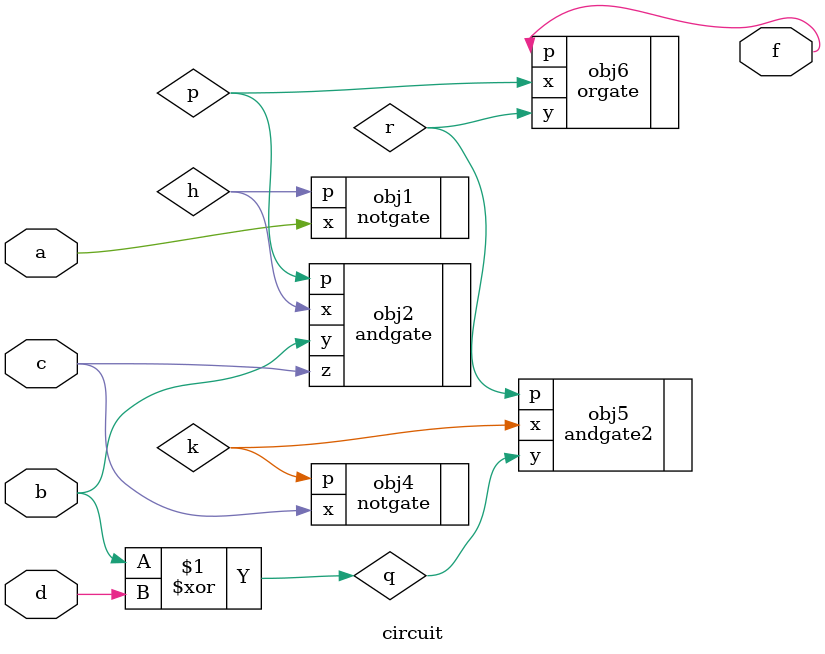
<source format=v>
module circuit(
    input a,
    input b,
    input c,
    input d,
    output f
);

wire  p,q,r,h,k;
notgate obj1(.x(a), .p(h));
andgate obj2(.x(h), .y(b), .z(c), .p(p));
xor obj3(q, b, d);
notgate obj4(.x(c), .p(k));
andgate2 obj5(.x(k), .y(q), .p(r));
orgate obj6(.x(p), .y(r), .p(f));

endmodule
</source>
